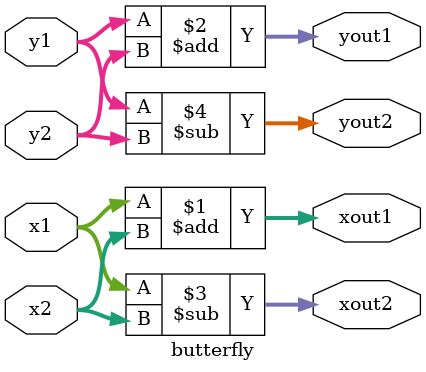
<source format=v>



module butterfly(
	
	input signed [15:0] x1,
	input signed [15:0] y1,
	input signed [15:0] x2,
	input signed [15:0] y2,
	output signed [15:0] xout1,
	output signed [15:0] yout1,
	output signed [15:0] xout2,
	output signed [15:0] yout2 );


assign xout1 = x1+x2;
assign yout1 = y1+y2;

assign xout2 = x1-x2;
assign yout2 = y1-y2;

endmodule

</source>
